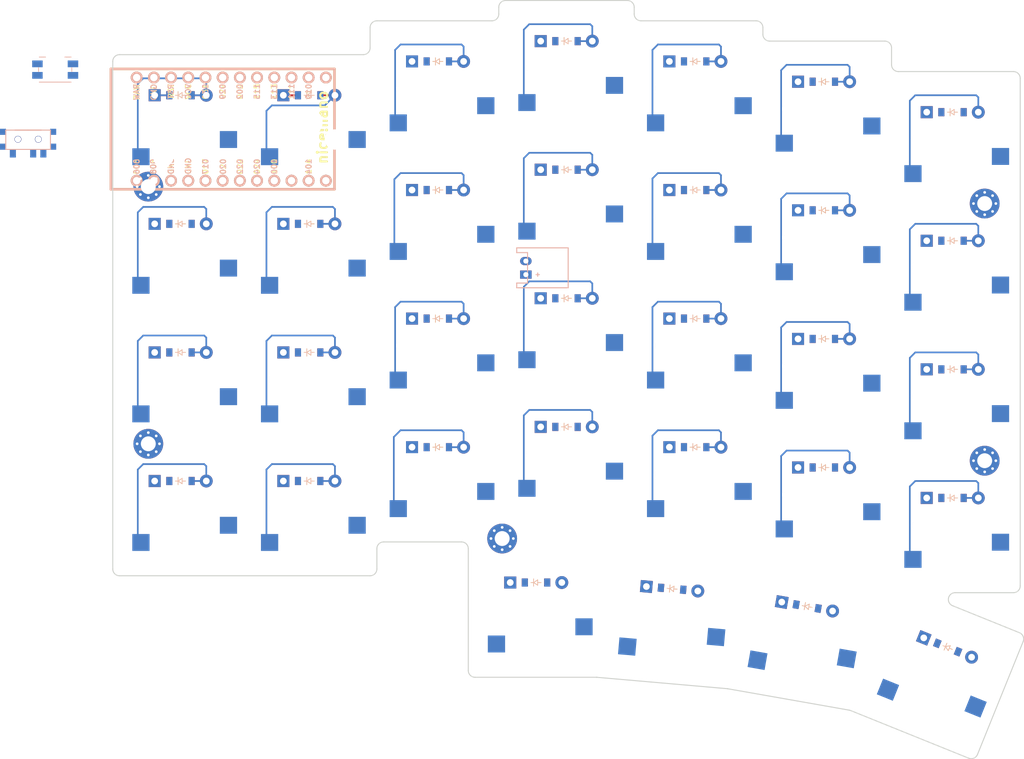
<source format=kicad_pcb>
(kicad_pcb (version 20240108) (generator "pcbnew") (generator_version "8.0")
  (title_block (title "altair") (rev "v1.0.0") (company "Unknown"))
  (layers (0 "F.Cu" signal) (31 "B.Cu" signal) (34 "B.Paste" user) (35 "F.Paste" user) (36 "B.SilkS" user "B.Silkscreen") (37 "F.SilkS" user "F.Silkscreen") (38 "B.Mask" user) (39 "F.Mask" user) (44 "Edge.Cuts" user))
  (net 0 "")
  (net 1 "left_bottom")
  (net 2 "left_home")
  (net 3 "left_top")
  (net 4 "left_num")
  (net 5 "pinky_bottom")
  (net 6 "pinky_home")
  (net 7 "pinky_top")
  (net 8 "pinky_num")
  (net 9 "ring_bottom")
  (net 10 "ring_home")
  (net 11 "ring_top")
  (net 12 "ring_num")
  (net 13 "middle_bottom")
  (net 14 "middle_home")
  (net 15 "middle_top")
  (net 16 "middle_num")
  (net 17 "index_bottom")
  (net 18 "index_home")
  (net 19 "index_top")
  (net 20 "index_num")
  (net 21 "inner_bottom")
  (net 22 "inner_home")
  (net 23 "inner_top")
  (net 24 "inner_num")
  (net 25 "right_bottom")
  (net 26 "right_home")
  (net 27 "right_top")
  (net 28 "right_num")
  (net 29 "left_thumb")
  (net 30 "home_thumb")
  (net 31 "far_thumb")
  (net 32 "out_thumb")
  (net 33 "RAW")
  (net 34 "GND")
  (net 35 "RST")
  (net 36 "VCC")
  (net 37 "P031")
  (net 38 "P029")
  (net 39 "P002")
  (net 40 "P115")
  (net 41 "P113")
  (net 42 "P111")
  (net 43 "P010")
  (net 44 "P009")
  (net 45 "P006")
  (net 46 "P008")
  (net 47 "P017")
  (net 48 "P020")
  (net 49 "P022")
  (net 50 "P024")
  (net 51 "P100")
  (net 52 "P011")
  (net 53 "P104")
  (net 54 "P106")
  (net 55 "pos")
  (footprint "E73:SPDT_C128955" (layer "F.Cu") (at 77.5 45.5)
    (property "Reference" "T1" (hide yes))
    (property "Value" "" (hide yes))
  )
  (footprint "ComboDiode" (layer "F.Cu") (at 195 75)
    (property "Reference" "D22" (hide yes))
    (property "Value" "" (hide yes))
  )
  (footprint "MX" (layer "F.Cu") (at 138 76 180)
    (property "Reference" "S10" (hide yes))
    (property "Value" "" (hide yes))
  )
  (footprint "MX" (layer "F.Cu") (at 195 60 180)
    (property "Reference" "S23" (hide yes))
    (property "Value" "" (hide yes))
  )
  (footprint "MX" (layer "F.Cu") (at 214 102.5 180)
    (property "Reference" "S25" (hide yes))
    (property "Value" "" (hide yes))
  )
  (footprint "MX" (layer "F.Cu") (at 100 81 180)
    (property "Reference" "S2" (hide yes))
    (property "Value" "" (hide yes))
  )
  (footprint "MX" (layer "F.Cu") (at 157 54 180)
    (property "Reference" "S15" (hide yes))
    (property "Value" "" (hide yes))
  )
  (footprint "ComboDiode" (layer "F.Cu") (at 100 96)
    (property "Reference" "D1" (hide yes))
    (property "Value" "" (hide yes))
  )
  (footprint "MX" (layer "F.Cu") (at 191.844304 118.485925 170)
    (property "Reference" "S31" (hide yes))
    (property "Value" "" (hide yes))
  )
  (footprint "MX" (layer "F.Cu") (at 214 45.5 180)
    (property "Reference" "S28" (hide yes))
    (property "Value" "" (hide yes))
  )
  (footprint "MX" (layer "F.Cu") (at 157 92 180)
    (property "Reference" "S13" (hide yes))
    (property "Value" "" (hide yes))
  )
  (footprint "nice_nano" (layer "F.Cu") (at 107.5 44)
    (property "Reference" "MCU1" (hide yes))
    (property "Value" "nice_nano" (hide yes))
  )
  (footprint "MountingHole_2.2mm_M2_Pad_Via" (layer "F.Cu") (at 218.75 93)
    (property "Reference" "_5" (hide yes))
    (property "Value" "")
  )
  (footprint "MX" (layer "F.Cu") (at 100 62 180)
    (property "Reference" "S3" (hide yes))
    (property "Value" "" (hide yes))
  )
  (footprint "MX" (layer "F.Cu") (at 214 64.5 180)
    (property "Reference" "S27" (hide yes))
    (property "Value" "" (hide yes))
  )
  (footprint "ComboDiode" (layer "F.Cu") (at 192.538897 114.546694 -10)
    (property "Reference" "D31" (hide yes))
    (property "Value" "" (hide yes))
  )
  (footprint "ComboDiode" (layer "F.Cu") (at 157 88)
    (property "Reference" "D13" (hide yes))
    (property "Value" "" (hide yes))
  )
  (footprint "MX" (layer "F.Cu") (at 172.246349 115.905805 175)
    (property "Reference" "S30" (hide yes))
    (property "Value" "" (hide yes))
  )
  (footprint "MX" (layer "F.Cu") (at 119 43 180)
    (property "Reference" "S8" (hide yes))
    (property "Value" "" (hide yes))
  )
  (footprint "ComboDiode" (layer "F.Cu") (at 157 50)
    (property "Reference" "D15" (hide yes))
    (property "Value" "" (hide yes))
  )
  (footprint "MX" (layer "F.Cu") (at 138 57 180)
    (property "Reference" "S11" (hide yes))
    (property "Value" "" (hide yes))
  )
  (footprint "ComboDiode" (layer "F.Cu") (at 214 79.5)
    (property "Reference" "D26" (hide yes))
    (property "Value" "" (hide yes))
  )
  (footprint "ComboDiode" (layer "F.Cu") (at 119 58)
    (property "Reference" "D7" (hide yes))
    (property "Value" "" (hide yes))
  )
  (footprint "ComboDiode" (layer "F.Cu") (at 119 96)
    (property "Reference" "D5" (hide yes))
    (property "Value" "" (hide yes))
  )
  (footprint "ComboDiode" (layer "F.Cu") (at 157 69)
    (property "Reference" "D14" (hide yes))
    (property "Value" "" (hide yes))
  )
  (footprint "MountingHole_2.2mm_M2_Pad_Via" (layer "F.Cu") (at 147.5 104.5)
    (property "Reference" "_4" (hide yes))
    (property "Value" "")
  )
  (footprint "Panasonic_EVQPUL_EVQPUC" (layer "F.Cu") (at 81.5 35.21)
    (property "Reference" "B1" (hide yes))
    (property "Value" "Panasonic_EVQPUL_EVQPUC" (hide yes))
  )
  (footprint "ComboDiode" (layer "F.Cu") (at 214 60.5)
    (property "Reference" "D27" (hide yes))
    (property "Value" "" (hide yes))
  )
  (footprint "ComboDiode" (layer "F.Cu") (at 213.286464 120.604704 -22)
    (property "Reference" "D32" (hide yes))
    (property "Value" "" (hide yes))
  )
  (footprint "MX" (layer "F.Cu") (at 100 100 180)
    (property "Reference" "S1" (hide yes))
    (property "Value" "" (hide yes))
  )
  (footprint "MountingHole_2.2mm_M2_Pad_Via" (layer "F.Cu") (at 95.25 52.5)
    (property "Reference" "_1" (hide yes))
    (property "Value" "")
  )
  (footprint "MX" (layer "F.Cu") (at 100 43 180)
    (property "Reference" "S4" (hide yes))
    (property "Value" "" (hide yes))
  )
  (footprint "ComboDiode" (layer "F.Cu") (at 176 53)
    (property "Reference" "D19" (hide yes))
    (property "Value" "" (hide yes))
  )
  (footprint "ComboDiode" (layer "F.Cu") (at 214 98.5)
    (property "Reference" "D25" (hide yes))
    (property "Value" "" (hide yes))
  )
  (footprint "MX" (layer "F.Cu") (at 176 76 180)
    (property "Reference" "S18" (hide yes))
    (property "Value" "" (hide yes))
  )
  (footprint "MX" (layer "F.Cu") (at 195 98 180)
    (property "Reference" "S21" (hide yes))
    (property "Value" "" (hide yes))
  )
  (footprint "MX" (layer "F.Cu") (at 195 41 180)
    (property "Reference" "S24" (hide yes))
    (property "Value" "" (hide yes))
  )
  (footprint "ComboDiode" (layer "F.Cu") (at 195 56)
    (property "Reference" "D23" (hide yes))
    (property "Value" "" (hide yes))
  )
  (footprint "ComboDiode" (layer "F.Cu") (at 138 91)
    (property "Reference" "D9" (hide yes))
    (property "Value" "" (hide yes))
  )
  (footprint "ComboDiode" (layer "F.Cu") (at 138 53)
    (property "Reference" "D11" (hide yes))
    (property "Value" "" (hide yes))
  )
  (footprint "MX" (layer "F.Cu") (at 176 38 180)
    (property "Reference" "S20" (hide yes))
    (property "Value" "" (hide yes))
  )
  (footprint "MX" (layer "F.Cu") (at 152.5 115 180)
    (property "Reference" "S29" (hide yes))
    (property "Value" "" (hide yes))
  )
  (footprint "MX" (layer "F.Cu") (at 214 83.5 180)
    (property "Reference" "S26" (hide yes))
    (property "Value" "" (hide yes))
  )
  (footprint "ComboDiode" (layer "F.Cu") (at 176 34)
    (property "Reference" "D20" (hide yes))
    (property "Value" "" (hide yes))
  )
  (footprint "ComboDiode" (layer "F.Cu") (at 119 77)
    (property "Reference" "D6" (hide yes))
    (property "Value" "" (hide yes))
  )
  (footprint "MountingHole_2.2mm_M2_Pad_Via" (layer "F.Cu") (at 95.25 90.5)
    (property "Reference" "_3" (hide yes))
    (property "Value" "")
  )
  (footprint "MountingHole_2.2mm_M2_Pad_Via" (layer "F.Cu") (at 218.75 55)
    (property "Reference" "_2" (hide yes))
    (property "Value" "")
  )
  (footprint "MX" (layer "F.Cu") (at 119 62 180)
    (property "Reference" "S7" (hide yes))
    (property "Value" "" (hide yes))
  )
  (footprint "ComboDiode" (layer "F.Cu") (at 195 94)
    (property "Reference" "D21" (hide yes))
    (property "Value" "" (hide yes))
  )
  (footprint "ComboDiode" (layer "F.Cu") (at 152.5 111)
    (property "Reference" "D29" (hide yes))
    (property "Value" "" (hide yes))
  )
  (footprint "MX" (layer "F.Cu") (at 211.788038 124.31344 158)
    (property "Reference" "S32" (hide yes))
    (property "Value" "" (hide yes))
  )
  (footprint "MX" (layer "F.Cu") (at 138 95 180)
    (property "Reference" "S9" (hide yes))
    (property "Value" "" (hide yes))
  )
  (footprint "ComboDiode" (layer "F.Cu") (at 138 34)
    (property "Reference" "D12" (hide yes))
    (property "Value" "" (hide yes))
  )
  (footprint "JST_PH_S2B-PH-K_02x2.00mm_Angled" (layer "F.Cu") (at 151 64.5 90)
    (property "Reference" "JST1" (hide yes))
    (property "Value" "" (hide yes))
  )
  (footprint "MX" (layer "F.Cu") (at 119 100 180)
    (property "Reference" "S5" (hide yes))
    (property "Value" "" (hide yes))
  )
  (footprint "MX" (layer "F.Cu") (at 157 35 180)
    (property "Reference" "S16" (hide yes))
    (property "Value" "" (hide yes))
  )
  (footprint "ComboDiode" (layer "F.Cu") (at 100 58)
    (property "Reference" "D3" (hide yes))
    (property "Value" "" (hide yes))
  )
  (footprint "ComboDiode" (layer "F.Cu") (at 176 91)
    (property "Reference" "D17" (hide yes))
    (property "Value" "" (hide yes))
  )
  (footprint "ComboDiode" (layer "F.Cu") (at 100 77)
    (property "Reference" "D2" (hide yes))
    (property "Value" "" (hide yes))
  )
  (footprint "ComboDiode" (layer "F.Cu") (at 119 39)
    (property "Reference" "D8" (hide yes))
    (property "Value" "" (hide yes))
  )
  (footprint "ComboDiode" (layer "F.Cu") (at 100 39)
    (property "Reference" "D4" (hide yes))
    (property "Value" "" (hide yes))
  )
  (footprint "ComboDiode" (layer "F.Cu") (at 138 72)
    (property "Reference" "D10" (hide yes))
    (property "Value" "" (hide yes))
  )
  (footprint "MX" (layer "F.Cu") (at 119 81 180)
    (property "Reference" "S6" (hide yes))
    (property "Value" "" (hide yes))
  )
  (footprint "ComboDiode" (layer "F.Cu") (at 214 41.5)
    (property "Reference" "D28" (hide yes))
    (property "Value" "" (hide yes))
  )
  (footprint "MX" (layer "F.Cu") (at 195 79 180)
    (property "Reference" "S22" (hide yes))
    (property "Value" "" (hide yes))
  )
  (footprint "MX" (layer "F.Cu") (at 176 95 180)
    (property "Reference" "S17" (hide yes))
    (property "Value" "" (hide yes))
  )
  (footprint "ComboDiode" (layer "F.Cu") (at 157 31)
    (property "Reference" "D16" (hide yes))
    (property "Value" "" (hide yes))
  )
  (footprint "MX" (layer "F.Cu") (at 138 38 180)
    (property "Reference" "S12" (hide yes))
    (property "Value" "" (hide yes))
  )
  (footprint "MX" (layer "F.Cu") (at 157 73 180)
    (property "Reference" "S14" (hide yes))
    (property "Value" "" (hide yes))
  )
  (footprint "ComboDiode" (layer "F.Cu") (at 195 37)
    (property "Reference" "D24" (hide yes))
    (property "Value" "" (hide yes))
  )
  (footprint "ComboDiode" (layer "F.Cu") (at 172.594972 111.921026 -5)
    (property "Reference" "D30" (hide yes))
    (property "Value" "" (hide yes))
  )
  (footprint "MX" (layer "F.Cu") (at 176 57 180)
    (property "Reference" "S19" (hide yes))
    (property "Value" "" (hide yes))
  )
  (footprint "ComboDiode" (layer "F.Cu") (at 176 72)
    (property "Reference" "D18" (hide yes))
    (property "Value" "" (hide yes))
  )
  (gr_line (start 90 109) (end 90 34) (stroke (width 0.15)) (layer "Edge.Cuts"))
  (gr_line (start 206 35.5) (end 223 35.5) (stroke (width 0.15)) (layer "Edge.Cuts"))
  (gr_line (start 129 28) (end 146 28) (stroke (width 0.15)) (layer "Edge.Cuts"))
  (gr_arc (start 214.013368 114.427184) (mid 213.406348 113.309191) (end 214.387975 112.5) (stroke (width 0.15)) (layer "Edge.Cuts"))
  (gr_line (start 223.878758 118.41306) (end 214.013368 114.427184) (stroke (width 0.15)) (layer "Edge.Cuts"))
  (gr_line (start 142.5 124) (end 142.5 106) (stroke (width 0.15)) (layer "Edge.Cuts"))
  (gr_arc (start 185 28) (mid 185.707107 28.292893) (end 186 29) (stroke (width 0.15)) (layer "Edge.Cuts"))
  (gr_arc (start 128 32) (mid 127.707107 32.707107) (end 127 33) (stroke (width 0.15)) (layer "Edge.Cuts"))
  (gr_line (start 161.499834 125.003805) (end 180.751649 126.688121) (stroke (width 0.15)) (layer "Edge.Cuts"))
  (gr_arc (start 128 29) (mid 128.292893 28.292893) (end 129 28) (stroke (width 0.15)) (layer "Edge.Cuts"))
  (gr_arc (start 223.878759 118.41306) (mid 224.424657 118.949513) (end 224.431336 119.714851) (stroke (width 0.15)) (layer "Edge.Cuts"))
  (gr_arc (start 147 26) (mid 147.292893 25.292893) (end 148 25) (stroke (width 0.15)) (layer "Edge.Cuts"))
  (gr_line (start 205 34.5) (end 205 32) (stroke (width 0.15)) (layer "Edge.Cuts"))
  (gr_line (start 128 29) (end 128 32) (stroke (width 0.15)) (layer "Edge.Cuts"))
  (gr_arc (start 143.5 125) (mid 142.792893 124.707107) (end 142.5 124) (stroke (width 0.15)) (layer "Edge.Cuts"))
  (gr_arc (start 223 35.5) (mid 223.707107 35.792893) (end 224 36.5) (stroke (width 0.15)) (layer "Edge.Cuts"))
  (gr_line (start 224 111.5) (end 224 36.5) (stroke (width 0.15)) (layer "Edge.Cuts"))
  (gr_arc (start 224 111.5) (mid 223.707107 112.207107) (end 223 112.5) (stroke (width 0.15)) (layer "Edge.Cuts"))
  (gr_arc (start 217.688416 136.40416) (mid 217.151964 136.950058) (end 216.386627 136.956737) (stroke (width 0.15)) (layer "Edge.Cuts"))
  (gr_arc (start 129 109) (mid 128.707107 109.707107) (end 128 110) (stroke (width 0.15)) (layer "Edge.Cuts"))
  (gr_line (start 168 28) (end 185 28) (stroke (width 0.15)) (layer "Edge.Cuts"))
  (gr_line (start 143.5 125) (end 161.412678 125) (stroke (width 0.15)) (layer "Edge.Cuts"))
  (gr_line (start 91 33) (end 127 33) (stroke (width 0.15)) (layer "Edge.Cuts"))
  (gr_line (start 130 105) (end 141.5 105) (stroke (width 0.15)) (layer "Edge.Cuts"))
  (gr_arc (start 141.5 105) (mid 142.207107 105.292893) (end 142.5 106) (stroke (width 0.15)) (layer "Edge.Cuts"))
  (gr_arc (start 187 31) (mid 186.292893 30.707107) (end 186 30) (stroke (width 0.15)) (layer "Edge.Cuts"))
  (gr_arc (start 206 35.5) (mid 205.292893 35.207107) (end 205 34.5) (stroke (width 0.15)) (layer "Edge.Cuts"))
  (gr_arc (start 147 27) (mid 146.707107 27.707107) (end 146 28) (stroke (width 0.15)) (layer "Edge.Cuts"))
  (gr_arc (start 204 31) (mid 204.707107 31.292893) (end 205 32) (stroke (width 0.15)) (layer "Edge.Cuts"))
  (gr_arc (start 198.764077 129.860334) (mid 198.866066 129.88388) (end 198.965035 129.917958) (stroke (width 0.15)) (layer "Edge.Cuts"))
  (gr_arc (start 168 28) (mid 167.292893 27.707107) (end 167 27) (stroke (width 0.15)) (layer "Edge.Cuts"))
  (gr_line (start 198.965035 129.917958) (end 216.386627 136.956737) (stroke (width 0.15)) (layer "Edge.Cuts"))
  (gr_line (start 147 26) (end 147 27) (stroke (width 0.15)) (layer "Edge.Cuts"))
  (gr_arc (start 129 106) (mid 129.292893 105.292893) (end 130 105) (stroke (width 0.15)) (layer "Edge.Cuts"))
  (gr_line (start 186 30) (end 186 29) (stroke (width 0.15)) (layer "Edge.Cuts"))
  (gr_line (start 214.387975 112.5) (end 223 112.5) (stroke (width 0.15)) (layer "Edge.Cuts"))
  (gr_line (start 217.688417 136.40416) (end 224.431336 119.714851) (stroke (width 0.15)) (layer "Edge.Cuts"))
  (gr_arc (start 91 110) (mid 90.292893 109.707107) (end 90 109) (stroke (width 0.15)) (layer "Edge.Cuts"))
  (gr_line (start 167 27) (end 167 26) (stroke (width 0.15)) (layer "Edge.Cuts"))
  (gr_line (start 180.838142 126.699508) (end 198.764077 129.860334) (stroke (width 0.15)) (layer "Edge.Cuts"))
  (gr_arc (start 166 25) (mid 166.707107 25.292893) (end 167 26) (stroke (width 0.15)) (layer "Edge.Cuts"))
  (gr_arc (start 90 34) (mid 90.292893 33.292893) (end 91 33) (stroke (width 0.15)) (layer "Edge.Cuts"))
  (gr_line (start 91 110) (end 128 110) (stroke (width 0.15)) (layer "Edge.Cuts"))
  (gr_line (start 166 25) (end 148 25) (stroke (width 0.15)) (layer "Edge.Cuts"))
  (gr_arc (start 161.412678 125) (mid 161.456298 125.000952) (end 161.499834 125.003805) (stroke (width 0.15)) (layer "Edge.Cuts"))
  (gr_line (start 187 31) (end 204 31) (stroke (width 0.15)) (layer "Edge.Cuts"))
  (gr_line (start 129 109) (end 129 106) (stroke (width 0.15)) (layer "Edge.Cuts"))
  (gr_arc (start 180.751649 126.688121) (mid 180.79502 126.692871) (end 180.838142 126.699508) (stroke (width 0.15)) (layer "Edge.Cuts"))
  (segment (start 96.19 39) (end 98.35 39) (width 0.25) (layer "F.Cu") (net 0))
  (segment (start 96.19 39) (end 98.35 39) (width 0.25) (layer "B.Cu") (net 0))
  (segment (start 103.5 93.5) (end 94.5 93.5) (width 0.25) (layer "B.Cu") (net 1))
  (segment (start 103.81 96) (end 103.81 93.81) (width 0.25) (layer "B.Cu") (net 1))
  (segment (start 101.65 96) (end 103.81 96) (width 0.25) (layer "B.Cu") (net 1))
  (segment (start 93.6941 104.6161) (end 94.158 105.08) (width 0.25) (layer "B.Cu") (net 1))
  (segment (start 94.5 93.5) (end 93.6941 94.3059) (width 0.25) (layer "B.Cu") (net 1))
  (segment (start 103.81 93.81) (end 103.5 93.5) (width 0.25) (layer "B.Cu") (net 1))
  (segment (start 93.6941 94.3059) (end 93.6941 104.6161) (width 0.25) (layer "B.Cu") (net 1))
  (segment (start 93.6941 85.6161) (end 94.158 86.08) (width 0.25) (layer "B.Cu") (net 2))
  (segment (start 103.5 74.5) (end 94.5 74.5) (width 0.25) (layer "B.Cu") (net 2))
  (segment (start 101.65 77) (end 103.81 77) (width 0.25) (layer "B.Cu") (net 2))
  (segment (start 93.6941 75.3059) (end 93.6941 85.6161) (width 0.25) (layer "B.Cu") (net 2))
  (segment (start 94.5 74.5) (end 93.6941 75.3059) (width 0.25) (layer "B.Cu") (net 2))
  (segment (start 103.81 74.81) (end 103.5 74.5) (width 0.25) (layer "B.Cu") (net 2))
  (segment (start 103.81 77) (end 103.81 74.81) (width 0.25) (layer "B.Cu") (net 2))
  (segment (start 103.81 58) (end 103.81 55.81) (width 0.25) (layer "B.Cu") (net 3))
  (segment (start 103.5 55.5) (end 94.5 55.5) (width 0.25) (layer "B.Cu") (net 3))
  (segment (start 94.5 55.5) (end 93.6941 56.3059) (width 0.25) (layer "B.Cu") (net 3))
  (segment (start 103.81 55.81) (end 103.5 55.5) (width 0.25) (layer "B.Cu") (net 3))
  (segment (start 93.6941 66.6161) (end 94.158 67.08) (width 0.25) (layer "B.Cu") (net 3))
  (segment (start 93.6941 56.3059) (end 93.6941 66.6161) (width 0.25) (layer "B.Cu") (net 3))
  (segment (start 101.65 39) (end 103.81 39) (width 0.25) (layer "F.Cu") (net 4))
  (segment (start 103.81 39) (end 103.81 36.81) (width 0.25) (layer "B.Cu") (net 4))
  (segment (start 93.6941 47.6161) (end 94.158 48.08) (width 0.25) (layer "B.Cu") (net 4))
  (segment (start 103.5 36.5) (end 94.5 36.5) (width 0.25) (layer "B.Cu") (net 4))
  (segment (start 103.81 36.81) (end 103.5 36.5) (width 0.25) (layer "B.Cu") (net 4))
  (segment (start 94.5 36.5) (end 93.6941 37.3059) (width 0.25) (layer "B.Cu") (net 4))
  (segment (start 101.65 39) (end 103.81 39) (width 0.25) (layer "B.Cu") (net 4))
  (segment (start 93.6941 37.3059) (end 93.6941 47.6161) (width 0.25) (layer "B.Cu") (net 4))
  (segment (start 120.65 96) (end 122.81 96) (width 0.25) (layer "B.Cu") (net 5))
  (segment (start 122.81 96) (end 122.81 93.81) (width 0.25) (layer "B.Cu") (net 5))
  (segment (start 112.6941 104.6161) (end 113.158 105.08) (width 0.25) (layer "B.Cu") (net 5))
  (segment (start 122.5 93.5) (end 113.5 93.5) (width 0.25) (layer "B.Cu") (net 5))
  (segment (start 112.6941 94.3059) (end 112.6941 104.6161) (width 0.25) (layer "B.Cu") (net 5))
  (segment (start 122.81 93.81) (end 122.5 93.5) (width 0.25) (layer "B.Cu") (net 5))
  (segment (start 113.5 93.5) (end 112.6941 94.3059) (width 0.25) (layer "B.Cu") (net 5))
  (segment (start 112.6941 85.6161) (end 113.158 86.08) (width 0.25) (layer "B.Cu") (net 6))
  (segment (start 112.6941 75.3059) (end 112.6941 85.6161) (width 0.25) (layer "B.Cu") (net 6))
  (segment (start 122.81 74.81) (end 122.5 74.5) (width 0.25) (layer "B.Cu") (net 6))
  (segment (start 122.81 77) (end 122.81 74.81) (width 0.25) (layer "B.Cu") (net 6))
  (segment (start 120.65 77) (end 122.81 77) (width 0.25) (layer "B.Cu") (net 6))
  (segment (start 113.5 74.5) (end 112.6941 75.3059) (width 0.25) (layer "B.Cu") (net 6))
  (segment (start 122.5 74.5) (end 113.5 74.5) (width 0.25) (layer "B.Cu") (net 6))
  (segment (start 122.81 58) (end 122.81 55.81) (width 0.25) (layer "B.Cu") (net 7))
  (segment (start 122.81 58) (end 120.65 58) (width 0.25) (layer "B.Cu") (net 7))
  (segment (start 112.6941 56.3059) (end 112.6941 66.6161) (width 0.25) (layer "B.Cu") (net 7))
  (segment (start 122.5 55.5) (end 113.5 55.5) (width 0.25) (layer "B.Cu") (net 7))
  (segment (start 122.81 55.81) (end 122.5 55.5) (width 0.25) (layer "B.Cu") (net 7))
  (segment (start 112.6941 66.6161) (end 113.158 67.08) (width 0.25) (layer "B.Cu") (net 7))
  (segment (start 113.5 55.5) (end 112.6941 56.3059) (width 0.25) (layer "B.Cu") (net 7))
  (segment (start 120.65 39) (end 122.81 39) (width 0.25) (layer "F.Cu") (net 8))
  (segment (start 121.31 40.5) (end 113.5 40.5) (width 0.25) (layer "B.Cu") (net 8))
  (segment (start 112.6941 47.6161) (end 113.158 48.08) (width 0.25) (layer "B.Cu") (net 8))
  (segment (start 122.81 39) (end 121.31 40.5) (width 0.25) (layer "B.Cu") (net 8))
  (segment (start 112.6941 41.3059) (end 112.6941 47.6161) (width 0.25) (layer "B.Cu") (net 8))
  (segment (start 113.5 40.5) (end 112.6941 41.3059) (width 0.25) (layer "B.Cu") (net 8))
  (segment (start 131.5 99.422) (end 132.158 100.08) (width 0.25) (layer "B.Cu") (net 9))
  (segment (start 141.81 91) (end 141.81 88.81) (width 0.25) (layer "B.Cu") (net 9))
  (segment (start 139.65 91) (end 141.81 91) (width 0.25) (layer "B.Cu") (net 9))
  (segment (start 131.5 89.5) (end 131.5 99.422) (width 0.25) (layer "B.Cu") (net 9))
  (segment (start 141.81 88.81) (end 141.5 88.5) (width 0.25) (layer "B.Cu") (net 9))
  (segment (start 132.5 88.5) (end 131.5 89.5) (width 0.25) (layer "B.Cu") (net 9))
  (segment (start 141.5 88.5) (end 132.5 88.5) (width 0.25) (layer "B.Cu") (net 9))
  (segment (start 131.6941 70.3059) (end 131.6941 80.6161) (width 0.25) (layer "B.Cu") (net 10))
  (segment (start 139.65 72) (end 141.81 72) (width 0.25) (layer "B.Cu") (net 10))
  (segment (start 141.81 72) (end 141.81 69.81) (width 0.25) (layer "B.Cu") (net 10))
  (segment (start 132.5 69.5) (end 131.6941 70.3059) (width 0.25) (layer "B.Cu") (net 10))
  (segment (start 141.81 69.81) (end 141.5 69.5) (width 0.25) (layer "B.Cu") (net 10))
  (segment (start 141.5 69.5) (end 132.5 69.5) (width 0.25) (layer "B.Cu") (net 10))
  (segment (start 131.6941 80.6161) (end 132.158 81.08) (width 0.25) (layer "B.Cu") (net 10))
  (segment (start 141.81 50.81) (end 141.5 50.5) (width 0.25) (layer "B.Cu") (net 11))
  (segment (start 141.5 50.5) (end 132.5 50.5) (width 0.25) (layer "B.Cu") (net 11))
  (segment (start 132.5 50.5) (end 131.5813 51.4187) (width 0.25) (layer "B.Cu") (net 11))
  (segment (start 139.65 53) (end 141.81 53) (width 0.25) (layer "B.Cu") (net 11))
  (segment (start 131.5813 61.5033) (end 132.158 62.08) (width 0.25) (layer "B.Cu") (net 11))
  (segment (start 131.5813 51.4187) (end 131.5813 61.5033) (width 0.25) (layer "B.Cu") (net 11))
  (segment (start 141.81 53) (end 141.81 50.81) (width 0.25) (layer "B.Cu") (net 11))
  (segment (start 131.6941 32.3059) (end 131.6941 42.6161) (width 0.25) (layer "B.Cu") (net 12))
  (segment (start 141.81 34) (end 141.81 31.81) (width 0.25) (layer "B.Cu") (net 12))
  (segment (start 131.6941 42.6161) (end 132.158 43.08) (width 0.25) (layer "B.Cu") (net 12))
  (segment (start 132.5 31.5) (end 131.6941 32.3059) (width 0.25) (layer "B.Cu") (net 12))
  (segment (start 139.65 34) (end 141.81 34) (width 0.25) (layer "B.Cu") (net 12))
  (segment (start 141.5 31.5) (end 132.5 31.5) (width 0.25) (layer "B.Cu") (net 12))
  (segment (start 141.81 31.81) (end 141.5 31.5) (width 0.25) (layer "B.Cu") (net 12))
  (segment (start 160.81 85.81) (end 160.5 85.5) (width 0.25) (layer "B.Cu") (net 13))
  (segment (start 150.6941 86.3059) (end 150.6941 96.6161) (width 0.25) (layer "B.Cu") (net 13))
  (segment (start 160.5 85.5) (end 151.5 85.5) (width 0.25) (layer "B.Cu") (net 13))
  (segment (start 150.6941 96.6161) (end 151.158 97.08) (width 0.25) (layer "B.Cu") (net 13))
  (segment (start 151.5 85.5) (end 150.6941 86.3059) (width 0.25) (layer "B.Cu") (net 13))
  (segment (start 160.81 88) (end 160.81 85.81) (width 0.25) (layer "B.Cu") (net 13))
  (segment (start 160.5 66.5) (end 151.5 66.5) (width 0.25) (layer "B.Cu") (net 14))
  (segment (start 150.6941 77.6161) (end 151.158 78.08) (width 0.25) (layer "B.Cu") (net 14))
  (segment (start 160.81 69) (end 160.81 66.81) (width 0.25) (layer "B.Cu") (net 14))
  (segment (start 151.5 66.5) (end 150.6941 67.3059) (width 0.25) (layer "B.Cu") (net 14))
  (segment (start 158.65 69) (end 160.81 69) (width 0.25) (layer "B.Cu") (net 14))
  (segment (start 160.81 66.81) (end 160.5 66.5) (width 0.25) (layer "B.Cu") (net 14))
  (segment (start 150.6941 67.3059) (end 150.6941 77.6161) (width 0.25) (layer "B.Cu") (net 14))
  (segment (start 151.5 47.5) (end 150.6941 48.3059) (width 0.25) (layer "B.Cu") (net 15))
  (segment (start 150.6941 58.6161) (end 151.158 59.08) (width 0.25) (layer "B.Cu") (net 15))
  (segment (start 158.65 50) (end 160.81 50) (width 0.25) (layer "B.Cu") (net 15))
  (segment (start 160.81 50) (end 160.81 47.81) (width 0.25) (layer "B.Cu") (net 15))
  (segment (start 160.5 47.5) (end 151.5 47.5) (width 0.25) (layer "B.Cu") (net 15))
  (segment (start 160.81 47.81) (end 160.5 47.5) (width 0.25) (layer "B.Cu") (net 15))
  (segment (start 150.6941 48.3059) (end 150.6941 58.6161) (width 0.25) (layer "B.Cu") (net 15))
  (segment (start 160.81 28.81) (end 160.5 28.5) (width 0.25) (layer "B.Cu") (net 16))
  (segment (start 160.81 31) (end 160.81 28.81) (width 0.25) (layer "B.Cu") (net 16))
  (segment (start 150.6941 39.6161) (end 151.158 40.08) (width 0.25) (layer "B.Cu") (net 16))
  (segment (start 150.6941 29.3059) (end 150.6941 39.6161) (width 0.25) (layer "B.Cu") (net 16))
  (segment (start 160.5 28.5) (end 151.5 28.5) (width 0.25) (layer "B.Cu") (net 16))
  (segment (start 151.5 28.5) (end 150.6941 29.3059) (width 0.25) (layer "B.Cu") (net 16))
  (segment (start 158.65 31) (end 160.81 31) (width 0.25) (layer "B.Cu") (net 16))
  (segment (start 179.81 88.81) (end 179.5 88.5) (width 0.25) (layer "B.Cu") (net 17))
  (segment (start 179.81 91) (end 179.81 88.81) (width 0.25) (layer "B.Cu") (net 17))
  (segment (start 179.5 88.5) (end 170.5 88.5) (width 0.25) (layer "B.Cu") (net 17))
  (segment (start 170.5 88.5) (end 169.6941 89.3059) (width 0.25) (layer "B.Cu") (net 17))
  (segment (start 177.65 91) (end 179.81 91) (width 0.25) (layer "B.Cu") (net 17))
  (segment (start 169.6941 89.3059) (end 169.6941 99.6161) (width 0.25) (layer "B.Cu") (net 17))
  (segment (start 169.6941 99.6161) (end 170.158 100.08) (width 0.25) (layer "B.Cu") (net 17))
  (segment (start 179.81 72) (end 179.81 69.81) (width 0.25) (layer "B.Cu") (net 18))
  (segment (start 169.6941 70.3059) (end 169.6941 80.6161) (width 0.25) (layer "B.Cu") (net 18))
  (segment (start 170.5 69.5) (end 169.6941 70.3059) (width 0.25) (layer "B.Cu") (net 18))
  (segment (start 177.65 72) (end 179.81 72) (width 0.25) (layer "B.Cu") (net 18))
  (segment (start 179.81 69.81) (end 179.5 69.5) (width 0.25) (layer "B.Cu") (net 18))
  (segment (start 169.6941 80.6161) (end 170.158 81.08) (width 0.25) (layer "B.Cu") (net 18))
  (segment (start 179.5 69.5) (end 170.5 69.5) (width 0.25) (layer "B.Cu") (net 18))
  (segment (start 179.81 50.81) (end 179.5 50.5) (width 0.25) (layer "B.Cu") (net 19))
  (segment (start 179.5 50.5) (end 170.5 50.5) (width 0.25) (layer "B.Cu") (net 19))
  (segment (start 169.6941 61.6161) (end 170.158 62.08) (width 0.25) (layer "B.Cu") (net 19))
  (segment (start 169.6941 51.3059) (end 169.6941 61.6161) (width 0.25) (layer "B.Cu") (net 19))
  (segment (start 170.5 50.5) (end 169.6941 51.3059) (width 0.25) (layer "B.Cu") (net 19))
  (segment (start 179.81 53) (end 179.81 50.81) (width 0.25) (layer "B.Cu") (net 19))
  (segment (start 177.65 53) (end 179.81 53) (width 0.25) (layer "B.Cu") (net 19))
  (segment (start 179.5 31.5) (end 170.5 31.5) (width 0.25) (layer "B.Cu") (net 20))
  (segment (start 169.6941 42.6161) (end 170.158 43.08) (width 0.25) (layer "B.Cu") (net 20))
  (segment (start 179.81 31.81) (end 179.5 31.5) (width 0.25) (layer "B.Cu") (net 20))
  (segment (start 169.6941 32.3059) (end 169.6941 42.6161) (width 0.25) (layer "B.Cu") (net 20))
  (segment (start 170.5 31.5) (end 169.6941 32.3059) (width 0.25) (layer "B.Cu") (net 20))
  (segment (start 179.81 34) (end 179.81 31.81) (width 0.25) (layer "B.Cu") (net 20))
  (segment (start 177.65 34) (end 179.81 34) (width 0.25) (layer "B.Cu") (net 20))
  (segment (start 198.81 91.81) (end 198.5 91.5) (width 0.25) (layer "B.Cu") (net 21))
  (segment (start 188.6941 102.6161) (end 189.158 103.08) (width 0.25) (layer "B.Cu") (net 21))
  (segment (start 198.5 91.5) (end 189.5 91.5) (width 0.25) (layer "B.Cu") (net 21))
  (segment (start 189.5 91.5) (end 188.6941 92.3059) (width 0.25) (layer "B.Cu") (net 21))
  (segment (start 198.81 94) (end 198.81 91.81) (width 0.25) (layer "B.Cu") (net 21))
  (segment (start 188.6941 92.3059) (end 188.6941 102.6161) (width 0.25) (layer "B.Cu") (net 21))
  (segment (start 198.5 72.5) (end 189.5 72.5) (width 0.25) (layer "B.Cu") (net 22))
  (segment (start 188.6941 83.6161) (end 189.158 84.08) (width 0.25) (layer "B.Cu") (net 22))
  (segment (start 188.6941 73.3059) (end 188.6941 83.6161) (width 0.25) (layer "B.Cu") (net 22))
  (segment (start 189.5 72.5) (end 188.6941 73.3059) (width 0.25) (layer "B.Cu") (net 22))
  (segment (start 198.81 75) (end 198.81 72.81) (width 0.25) (layer "B.Cu") (net 22))
  (segment (start 198.81 72.81) (end 198.5 72.5) (width 0.25) (layer "B.Cu") (net 22))
  (segment (start 196.65 75) (end 198.81 75) (width 0.25) (layer "B.Cu") (net 22))
  (segment (start 188.6941 64.6161) (end 189.158 65.08) (width 0.25) (layer "B.Cu") (net 23))
  (segment (start 198.81 53.81) (end 198.5 53.5) (width 0.25) (layer "B.Cu") (net 23))
  (segment (start 189.5 53.5) (end 188.6941 54.3059) (width 0.25) (layer "B.Cu") (net 23))
  (segment (start 196.65 56) (end 198.81 56) (width 0.25) (layer "B.Cu") (net 23))
  (segment (start 198.81 56) (end 198.81 53.81) (width 0.25) (layer "B.Cu") (net 23))
  (segment (start 188.6941 54.3059) (end 188.6941 64.6161) (width 0.25) (layer "B.Cu") (net 23))
  (segment (start 198.5 53.5) (end 189.5 53.5) (width 0.25) (layer "B.Cu") (net 23))
  (segment (start 189.5 34.5) (end 188.6941 35.3059) (width 0.25) (layer "B.Cu") (net 24))
  (segment (start 188.6941 35.3059) (end 188.6941 45.6161) (width 0.25) (layer "B.Cu") (net 24))
  (segment (start 198.81 34.81) (end 198.5 34.5) (width 0.25) (layer "B.Cu") (net 24))
  (segment (start 198.5 34.5) (end 189.5 34.5) (width 0.25) (layer "B.Cu") (net 24))
  (segment (start 196.65 37) (end 198.81 37) (width 0.25) (layer "B.Cu") (net 24))
  (segment (start 198.81 37) (end 198.81 34.81) (width 0.25) (layer "B.Cu") (net 24))
  (segment (start 188.6941 45.6161) (end 189.158 46.08) (width 0.25) (layer "B.Cu") (net 24))
  (segment (start 208.5 96) (end 207.6941 96.8059) (width 0.25) (layer "B.Cu") (net 25))
  (segment (start 215.65 98.5) (end 217.81 98.5) (width 0.25) (layer "B.Cu") (net 25))
  (segment (start 217.81 98.5) (end 217.81 96.31) (width 0.25) (layer "B.Cu") (net 25))
  (segment (start 217.5 96) (end 208.5 96) (width 0.25) (layer "B.Cu") (net 25))
  (segment (start 207.6941 107.1161) (end 208.158 107.58) (width 0.25) (layer "B.Cu") (net 25))
  (segment (start 207.6941 96.8059) (end 207.6941 107.1161) (width 0.25) (layer "B.Cu") (net 25))
  (segment (start 217.81 96.31) (end 217.5 96) (width 0.25) (layer "B.Cu") (net 25))
  (segment (start 207.6941 77.8059) (end 207.6941 88.1161) (width 0.25) (layer "B.Cu") (net 26))
  (segment (start 217.81 77.31) (end 217.5 77) (width 0.25) (layer "B.Cu") (net 26))
  (segment (start 217.5 77) (end 208.5 77) (width 0.25) (layer "B.Cu") (net 26))
  (segment (start 217.81 79.5) (end 217.81 77.31) (width 0.25) (layer "B.Cu") (net 26))
  (segment (start 215.65 79.5) (end 217.81 79.5) (width 0.25) (layer "B.Cu") (net 26))
  (segment (start 208.5 77) (end 207.6941 77.8059) (width 0.25) (layer "B.Cu") (net 26))
  (segment (start 207.6941 88.1161) (end 208.158 88.58) (width 0.25) (layer "B.Cu") (net 26))
  (segment (start 217.81 60.5) (end 217.81 58.31) (width 0.25) (layer "B.Cu") (net 27))
  (segment (start 217.5 58) (end 208.5 58) (width 0.25) (layer "B.Cu") (net 27))
  (segment (start 207.6941 69.1161) (end 208.158 69.58) (width 0.25) (layer "B.Cu") (net 27))
  (segment (start 208.5 58) (end 207.6941 58.8059) (width 0.25) (layer "B.Cu") (net 27))
  (segment (start 217.81 58.31) (end 217.5 58) (width 0.25) (layer "B.Cu") (net 27))
  (segment (start 215.65 60.5) (end 217.81 60.5) (width 0.25) (layer "B.Cu") (net 27))
  (segment (start 207.6941 58.8059) (end 207.6941 69.1161) (width 0.25) (layer "B.Cu") (net 27))
  (segment (start 208.5 39) (end 207.6941 39.8059) (width 0.25) (layer "B.Cu") (net 28))
  (segment (start 207.6941 39.8059) (end 207.6941 50.1161) (width 0.25) (layer "B.Cu") (net 28))
  (segment (start 217.5 39) (end 208.5 39) (width 0.25) (layer "B.Cu") (net 28))
  (segment (start 217.81 39.31) (end 217.5 39) (width 0.25) (layer "B.Cu") (net 28))
  (segment (start 217.81 41.5) (end 217.81 39.31) (width 0.25) (layer "B.Cu") (net 28))
  (segment (start 207.6941 50.1161) (end 208.158 50.58) (width 0.25) (layer "B.Cu") (net 28))
  (segment (start 115.19 39) (end 117.35 39) (width 0.25) (layer "F.Cu") (net 33))
)
</source>
